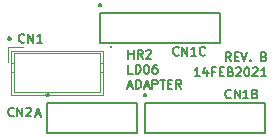
<source format=gbr>
%TF.GenerationSoftware,KiCad,Pcbnew,5.1.9-73d0e3b20d~88~ubuntu20.04.1*%
%TF.CreationDate,2021-04-02T21:11:18-07:00*%
%TF.ProjectId,ld06_adapter,6c643036-5f61-4646-9170-7465722e6b69,A*%
%TF.SameCoordinates,Original*%
%TF.FileFunction,Legend,Top*%
%TF.FilePolarity,Positive*%
%FSLAX46Y46*%
G04 Gerber Fmt 4.6, Leading zero omitted, Abs format (unit mm)*
G04 Created by KiCad (PCBNEW 5.1.9-73d0e3b20d~88~ubuntu20.04.1) date 2021-04-02 21:11:18*
%MOMM*%
%LPD*%
G01*
G04 APERTURE LIST*
%ADD10C,0.150000*%
%ADD11C,0.250000*%
%ADD12C,0.120000*%
%ADD13C,0.200000*%
G04 APERTURE END LIST*
D10*
X101577142Y-98487857D02*
X101541428Y-98523571D01*
X101434285Y-98559285D01*
X101362857Y-98559285D01*
X101255714Y-98523571D01*
X101184285Y-98452142D01*
X101148571Y-98380714D01*
X101112857Y-98237857D01*
X101112857Y-98130714D01*
X101148571Y-97987857D01*
X101184285Y-97916428D01*
X101255714Y-97845000D01*
X101362857Y-97809285D01*
X101434285Y-97809285D01*
X101541428Y-97845000D01*
X101577142Y-97880714D01*
X101898571Y-98559285D02*
X101898571Y-97809285D01*
X102327142Y-98559285D01*
X102327142Y-97809285D01*
X103077142Y-98559285D02*
X102648571Y-98559285D01*
X102862857Y-98559285D02*
X102862857Y-97809285D01*
X102791428Y-97916428D01*
X102720000Y-97987857D01*
X102648571Y-98023571D01*
X103827142Y-98487857D02*
X103791428Y-98523571D01*
X103684285Y-98559285D01*
X103612857Y-98559285D01*
X103505714Y-98523571D01*
X103434285Y-98452142D01*
X103398571Y-98380714D01*
X103362857Y-98237857D01*
X103362857Y-98130714D01*
X103398571Y-97987857D01*
X103434285Y-97916428D01*
X103505714Y-97845000D01*
X103612857Y-97809285D01*
X103684285Y-97809285D01*
X103791428Y-97845000D01*
X103827142Y-97880714D01*
X105997142Y-102117857D02*
X105961428Y-102153571D01*
X105854285Y-102189285D01*
X105782857Y-102189285D01*
X105675714Y-102153571D01*
X105604285Y-102082142D01*
X105568571Y-102010714D01*
X105532857Y-101867857D01*
X105532857Y-101760714D01*
X105568571Y-101617857D01*
X105604285Y-101546428D01*
X105675714Y-101475000D01*
X105782857Y-101439285D01*
X105854285Y-101439285D01*
X105961428Y-101475000D01*
X105997142Y-101510714D01*
X106318571Y-102189285D02*
X106318571Y-101439285D01*
X106747142Y-102189285D01*
X106747142Y-101439285D01*
X107497142Y-102189285D02*
X107068571Y-102189285D01*
X107282857Y-102189285D02*
X107282857Y-101439285D01*
X107211428Y-101546428D01*
X107140000Y-101617857D01*
X107068571Y-101653571D01*
X108068571Y-101796428D02*
X108175714Y-101832142D01*
X108211428Y-101867857D01*
X108247142Y-101939285D01*
X108247142Y-102046428D01*
X108211428Y-102117857D01*
X108175714Y-102153571D01*
X108104285Y-102189285D01*
X107818571Y-102189285D01*
X107818571Y-101439285D01*
X108068571Y-101439285D01*
X108140000Y-101475000D01*
X108175714Y-101510714D01*
X108211428Y-101582142D01*
X108211428Y-101653571D01*
X108175714Y-101725000D01*
X108140000Y-101760714D01*
X108068571Y-101796428D01*
X107818571Y-101796428D01*
X89481428Y-103535000D02*
X89838571Y-103535000D01*
X89410000Y-103749285D02*
X89660000Y-102999285D01*
X89910000Y-103749285D01*
D11*
X87361803Y-97140000D02*
G75*
G03*
X87361803Y-97140000I-111803J0D01*
G01*
D12*
X95954853Y-97810000D02*
G75*
G03*
X95954853Y-97810000I-84853J0D01*
G01*
D10*
X106009642Y-99041785D02*
X105759642Y-98684642D01*
X105581071Y-99041785D02*
X105581071Y-98291785D01*
X105866785Y-98291785D01*
X105938214Y-98327500D01*
X105973928Y-98363214D01*
X106009642Y-98434642D01*
X106009642Y-98541785D01*
X105973928Y-98613214D01*
X105938214Y-98648928D01*
X105866785Y-98684642D01*
X105581071Y-98684642D01*
X106331071Y-98648928D02*
X106581071Y-98648928D01*
X106688214Y-99041785D02*
X106331071Y-99041785D01*
X106331071Y-98291785D01*
X106688214Y-98291785D01*
X106902500Y-98291785D02*
X107152500Y-99041785D01*
X107402500Y-98291785D01*
X107652500Y-98970357D02*
X107688214Y-99006071D01*
X107652500Y-99041785D01*
X107616785Y-99006071D01*
X107652500Y-98970357D01*
X107652500Y-99041785D01*
X108831071Y-98648928D02*
X108938214Y-98684642D01*
X108973928Y-98720357D01*
X109009642Y-98791785D01*
X109009642Y-98898928D01*
X108973928Y-98970357D01*
X108938214Y-99006071D01*
X108866785Y-99041785D01*
X108581071Y-99041785D01*
X108581071Y-98291785D01*
X108831071Y-98291785D01*
X108902500Y-98327500D01*
X108938214Y-98363214D01*
X108973928Y-98434642D01*
X108973928Y-98506071D01*
X108938214Y-98577500D01*
X108902500Y-98613214D01*
X108831071Y-98648928D01*
X108581071Y-98648928D01*
X103366785Y-100316785D02*
X102938214Y-100316785D01*
X103152500Y-100316785D02*
X103152500Y-99566785D01*
X103081071Y-99673928D01*
X103009642Y-99745357D01*
X102938214Y-99781071D01*
X104009642Y-99816785D02*
X104009642Y-100316785D01*
X103831071Y-99531071D02*
X103652500Y-100066785D01*
X104116785Y-100066785D01*
X104652500Y-99923928D02*
X104402500Y-99923928D01*
X104402500Y-100316785D02*
X104402500Y-99566785D01*
X104759642Y-99566785D01*
X105045357Y-99923928D02*
X105295357Y-99923928D01*
X105402500Y-100316785D02*
X105045357Y-100316785D01*
X105045357Y-99566785D01*
X105402500Y-99566785D01*
X105973928Y-99923928D02*
X106081071Y-99959642D01*
X106116785Y-99995357D01*
X106152500Y-100066785D01*
X106152500Y-100173928D01*
X106116785Y-100245357D01*
X106081071Y-100281071D01*
X106009642Y-100316785D01*
X105723928Y-100316785D01*
X105723928Y-99566785D01*
X105973928Y-99566785D01*
X106045357Y-99602500D01*
X106081071Y-99638214D01*
X106116785Y-99709642D01*
X106116785Y-99781071D01*
X106081071Y-99852500D01*
X106045357Y-99888214D01*
X105973928Y-99923928D01*
X105723928Y-99923928D01*
X106438214Y-99638214D02*
X106473928Y-99602500D01*
X106545357Y-99566785D01*
X106723928Y-99566785D01*
X106795357Y-99602500D01*
X106831071Y-99638214D01*
X106866785Y-99709642D01*
X106866785Y-99781071D01*
X106831071Y-99888214D01*
X106402500Y-100316785D01*
X106866785Y-100316785D01*
X107331071Y-99566785D02*
X107402500Y-99566785D01*
X107473928Y-99602500D01*
X107509642Y-99638214D01*
X107545357Y-99709642D01*
X107581071Y-99852500D01*
X107581071Y-100031071D01*
X107545357Y-100173928D01*
X107509642Y-100245357D01*
X107473928Y-100281071D01*
X107402500Y-100316785D01*
X107331071Y-100316785D01*
X107259642Y-100281071D01*
X107223928Y-100245357D01*
X107188214Y-100173928D01*
X107152500Y-100031071D01*
X107152500Y-99852500D01*
X107188214Y-99709642D01*
X107223928Y-99638214D01*
X107259642Y-99602500D01*
X107331071Y-99566785D01*
X107866785Y-99638214D02*
X107902500Y-99602500D01*
X107973928Y-99566785D01*
X108152500Y-99566785D01*
X108223928Y-99602500D01*
X108259642Y-99638214D01*
X108295357Y-99709642D01*
X108295357Y-99781071D01*
X108259642Y-99888214D01*
X107831071Y-100316785D01*
X108295357Y-100316785D01*
X109009642Y-100316785D02*
X108581071Y-100316785D01*
X108795357Y-100316785D02*
X108795357Y-99566785D01*
X108723928Y-99673928D01*
X108652500Y-99745357D01*
X108581071Y-99781071D01*
X97336071Y-98814285D02*
X97336071Y-98064285D01*
X97336071Y-98421428D02*
X97764642Y-98421428D01*
X97764642Y-98814285D02*
X97764642Y-98064285D01*
X98550357Y-98814285D02*
X98300357Y-98457142D01*
X98121785Y-98814285D02*
X98121785Y-98064285D01*
X98407500Y-98064285D01*
X98478928Y-98100000D01*
X98514642Y-98135714D01*
X98550357Y-98207142D01*
X98550357Y-98314285D01*
X98514642Y-98385714D01*
X98478928Y-98421428D01*
X98407500Y-98457142D01*
X98121785Y-98457142D01*
X98836071Y-98135714D02*
X98871785Y-98100000D01*
X98943214Y-98064285D01*
X99121785Y-98064285D01*
X99193214Y-98100000D01*
X99228928Y-98135714D01*
X99264642Y-98207142D01*
X99264642Y-98278571D01*
X99228928Y-98385714D01*
X98800357Y-98814285D01*
X99264642Y-98814285D01*
X97693214Y-100089285D02*
X97336071Y-100089285D01*
X97336071Y-99339285D01*
X97943214Y-100089285D02*
X97943214Y-99339285D01*
X98121785Y-99339285D01*
X98228928Y-99375000D01*
X98300357Y-99446428D01*
X98336071Y-99517857D01*
X98371785Y-99660714D01*
X98371785Y-99767857D01*
X98336071Y-99910714D01*
X98300357Y-99982142D01*
X98228928Y-100053571D01*
X98121785Y-100089285D01*
X97943214Y-100089285D01*
X98836071Y-99339285D02*
X98907500Y-99339285D01*
X98978928Y-99375000D01*
X99014642Y-99410714D01*
X99050357Y-99482142D01*
X99086071Y-99625000D01*
X99086071Y-99803571D01*
X99050357Y-99946428D01*
X99014642Y-100017857D01*
X98978928Y-100053571D01*
X98907500Y-100089285D01*
X98836071Y-100089285D01*
X98764642Y-100053571D01*
X98728928Y-100017857D01*
X98693214Y-99946428D01*
X98657500Y-99803571D01*
X98657500Y-99625000D01*
X98693214Y-99482142D01*
X98728928Y-99410714D01*
X98764642Y-99375000D01*
X98836071Y-99339285D01*
X99728928Y-99339285D02*
X99586071Y-99339285D01*
X99514642Y-99375000D01*
X99478928Y-99410714D01*
X99407500Y-99517857D01*
X99371785Y-99660714D01*
X99371785Y-99946428D01*
X99407500Y-100017857D01*
X99443214Y-100053571D01*
X99514642Y-100089285D01*
X99657500Y-100089285D01*
X99728928Y-100053571D01*
X99764642Y-100017857D01*
X99800357Y-99946428D01*
X99800357Y-99767857D01*
X99764642Y-99696428D01*
X99728928Y-99660714D01*
X99657500Y-99625000D01*
X99514642Y-99625000D01*
X99443214Y-99660714D01*
X99407500Y-99696428D01*
X99371785Y-99767857D01*
X97300357Y-101150000D02*
X97657500Y-101150000D01*
X97228928Y-101364285D02*
X97478928Y-100614285D01*
X97728928Y-101364285D01*
X97978928Y-101364285D02*
X97978928Y-100614285D01*
X98157500Y-100614285D01*
X98264642Y-100650000D01*
X98336071Y-100721428D01*
X98371785Y-100792857D01*
X98407500Y-100935714D01*
X98407500Y-101042857D01*
X98371785Y-101185714D01*
X98336071Y-101257142D01*
X98264642Y-101328571D01*
X98157500Y-101364285D01*
X97978928Y-101364285D01*
X98693214Y-101150000D02*
X99050357Y-101150000D01*
X98621785Y-101364285D02*
X98871785Y-100614285D01*
X99121785Y-101364285D01*
X99371785Y-101364285D02*
X99371785Y-100614285D01*
X99657500Y-100614285D01*
X99728928Y-100650000D01*
X99764642Y-100685714D01*
X99800357Y-100757142D01*
X99800357Y-100864285D01*
X99764642Y-100935714D01*
X99728928Y-100971428D01*
X99657500Y-101007142D01*
X99371785Y-101007142D01*
X100014642Y-100614285D02*
X100443214Y-100614285D01*
X100228928Y-101364285D02*
X100228928Y-100614285D01*
X100693214Y-100971428D02*
X100943214Y-100971428D01*
X101050357Y-101364285D02*
X100693214Y-101364285D01*
X100693214Y-100614285D01*
X101050357Y-100614285D01*
X101800357Y-101364285D02*
X101550357Y-101007142D01*
X101371785Y-101364285D02*
X101371785Y-100614285D01*
X101657500Y-100614285D01*
X101728928Y-100650000D01*
X101764642Y-100685714D01*
X101800357Y-100757142D01*
X101800357Y-100864285D01*
X101764642Y-100935714D01*
X101728928Y-100971428D01*
X101657500Y-101007142D01*
X101371785Y-101007142D01*
D13*
%TO.C,CN1*%
X98100000Y-105080000D02*
X98100000Y-102540000D01*
X90470000Y-105080000D02*
X98100000Y-105080000D01*
X90470000Y-102540000D02*
X90470000Y-105080000D01*
X98100000Y-102540000D02*
X90470000Y-102540000D01*
X90550000Y-101980000D02*
X90570000Y-101910000D01*
X90470000Y-102000000D02*
X90550000Y-101980000D01*
X90400000Y-101980000D02*
X90470000Y-102000000D01*
X90380000Y-101910000D02*
X90400000Y-101980000D01*
X90400000Y-101830000D02*
X90380000Y-101910000D01*
X90470000Y-101810000D02*
X90400000Y-101830000D01*
X90550000Y-101830000D02*
X90470000Y-101810000D01*
X90570000Y-101910000D02*
X90550000Y-101830000D01*
X108890000Y-105080000D02*
X108890000Y-102540000D01*
X98730000Y-105080000D02*
X108890000Y-105080000D01*
X98730000Y-102540000D02*
X98730000Y-105080000D01*
X108890000Y-102540000D02*
X98730000Y-102540000D01*
X98800000Y-101980000D02*
X98830000Y-101910000D01*
X98730000Y-102000000D02*
X98800000Y-101980000D01*
X98660000Y-101980000D02*
X98730000Y-102000000D01*
X98630000Y-101910000D02*
X98660000Y-101980000D01*
X98660000Y-101830000D02*
X98630000Y-101910000D01*
X98730000Y-101810000D02*
X98660000Y-101830000D01*
X98800000Y-101830000D02*
X98730000Y-101810000D01*
X98830000Y-101910000D02*
X98800000Y-101830000D01*
X105080000Y-97460000D02*
X105080000Y-94920000D01*
X94920000Y-97460000D02*
X105080000Y-97460000D01*
X94920000Y-94920000D02*
X94920000Y-97460000D01*
X105080000Y-94920000D02*
X94920000Y-94920000D01*
X94990000Y-94360000D02*
X95020000Y-94290000D01*
X94920000Y-94380000D02*
X94990000Y-94360000D01*
X94850000Y-94360000D02*
X94920000Y-94380000D01*
X94820000Y-94290000D02*
X94850000Y-94360000D01*
X94850000Y-94210000D02*
X94820000Y-94290000D01*
X94920000Y-94190000D02*
X94850000Y-94210000D01*
X94990000Y-94210000D02*
X94920000Y-94190000D01*
X95020000Y-94290000D02*
X94990000Y-94210000D01*
D12*
%TO.C,CN2*%
X87434000Y-98158000D02*
X87434000Y-101878000D01*
X87434000Y-101878000D02*
X95154000Y-101878000D01*
X95154000Y-101878000D02*
X95154000Y-98158000D01*
X95154000Y-98158000D02*
X87434000Y-98158000D01*
X87434000Y-99218000D02*
X87634000Y-99218000D01*
X87634000Y-99218000D02*
X87634000Y-98358000D01*
X87634000Y-98358000D02*
X94954000Y-98358000D01*
X94954000Y-98358000D02*
X94954000Y-99218000D01*
X94954000Y-99218000D02*
X95154000Y-99218000D01*
X87634000Y-99218000D02*
X87634000Y-99918000D01*
X87634000Y-99918000D02*
X87434000Y-99918000D01*
X94954000Y-99218000D02*
X94954000Y-99918000D01*
X94954000Y-99918000D02*
X95154000Y-99918000D01*
X87634000Y-99918000D02*
X87634000Y-101678000D01*
X87634000Y-101678000D02*
X94954000Y-101678000D01*
X94954000Y-101678000D02*
X94954000Y-99918000D01*
X88384000Y-97858000D02*
X87134000Y-97858000D01*
X87134000Y-97858000D02*
X87134000Y-99108000D01*
%TO.C,CN1*%
D10*
X88522142Y-97407857D02*
X88486428Y-97443571D01*
X88379285Y-97479285D01*
X88307857Y-97479285D01*
X88200714Y-97443571D01*
X88129285Y-97372142D01*
X88093571Y-97300714D01*
X88057857Y-97157857D01*
X88057857Y-97050714D01*
X88093571Y-96907857D01*
X88129285Y-96836428D01*
X88200714Y-96765000D01*
X88307857Y-96729285D01*
X88379285Y-96729285D01*
X88486428Y-96765000D01*
X88522142Y-96800714D01*
X88843571Y-97479285D02*
X88843571Y-96729285D01*
X89272142Y-97479285D01*
X89272142Y-96729285D01*
X90022142Y-97479285D02*
X89593571Y-97479285D01*
X89807857Y-97479285D02*
X89807857Y-96729285D01*
X89736428Y-96836428D01*
X89665000Y-96907857D01*
X89593571Y-96943571D01*
%TO.C,CN2*%
X87612142Y-103647857D02*
X87576428Y-103683571D01*
X87469285Y-103719285D01*
X87397857Y-103719285D01*
X87290714Y-103683571D01*
X87219285Y-103612142D01*
X87183571Y-103540714D01*
X87147857Y-103397857D01*
X87147857Y-103290714D01*
X87183571Y-103147857D01*
X87219285Y-103076428D01*
X87290714Y-103005000D01*
X87397857Y-102969285D01*
X87469285Y-102969285D01*
X87576428Y-103005000D01*
X87612142Y-103040714D01*
X87933571Y-103719285D02*
X87933571Y-102969285D01*
X88362142Y-103719285D01*
X88362142Y-102969285D01*
X88683571Y-103040714D02*
X88719285Y-103005000D01*
X88790714Y-102969285D01*
X88969285Y-102969285D01*
X89040714Y-103005000D01*
X89076428Y-103040714D01*
X89112142Y-103112142D01*
X89112142Y-103183571D01*
X89076428Y-103290714D01*
X88647857Y-103719285D01*
X89112142Y-103719285D01*
%TD*%
M02*

</source>
